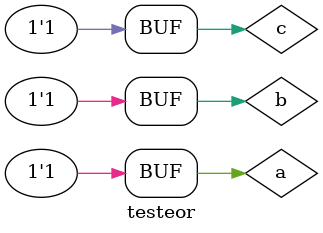
<source format=v>
module or3 (output s,input p,input q,input r);

 or or1(w1,p,q);
 or or2(s,w1,r);

endmodule

module testeor;

 reg a,b,c;
 wire s;

 or3 or1 (s,a,b,c);
 
 initial begin: start
   a=0; b=0; c=0;
  end

 initial
  begin
  $display("Teste OR3");
   $display("\np || q || r = s\n");
   $monitor("  %b   %b %b %b",s,a,b,c);

   #1 a=0;b=0;c=1;
   #1 a=0;b=1; c=0;
   #1 a=0;b=1;c=1;
   #1 a=1; b=0; c=0;
   #1 a=1;b=0;c=1;
   #1 a=1;b=1; c=0;
   #1 a=1;b=1;c=1;
  end
endmodule

</source>
